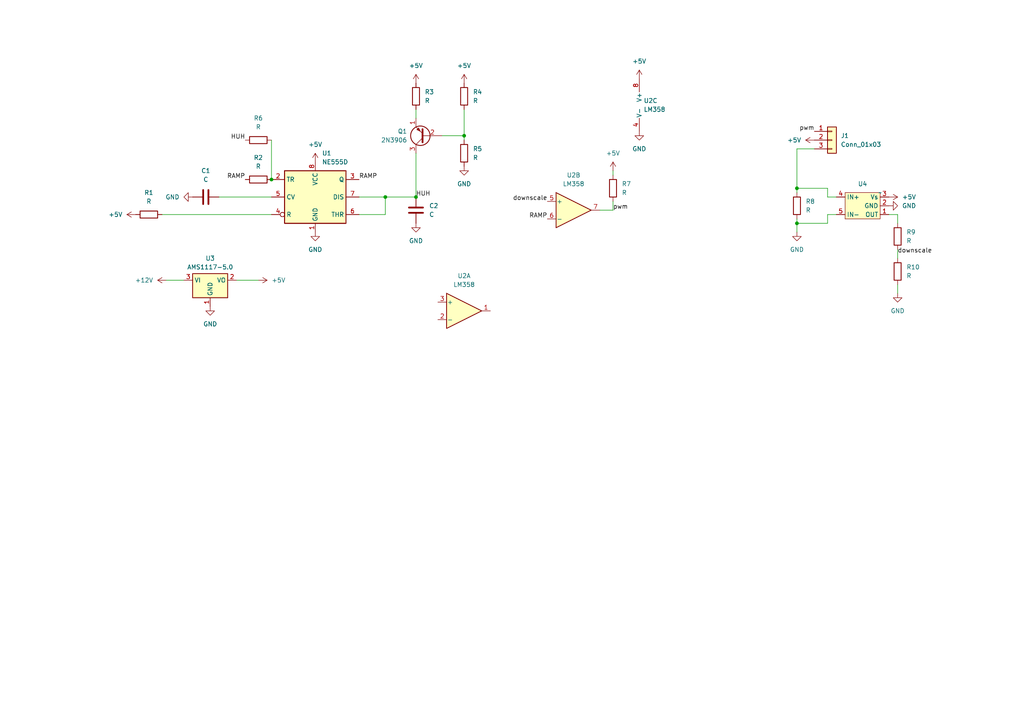
<source format=kicad_sch>
(kicad_sch (version 20230121) (generator eeschema)
  (paper "A4")
  (lib_symbols
    (symbol "Amplifier_Operational:LM358" (pin_names (offset 0.127))
      (property "Reference" "U" (at 0 5.08 0))
      (property "Value" "LM358" (at 0 -5.08 0))
      (symbol "LM358_1_1"
        (polyline (pts (xy -5.08 5.08) (xy 5.08 0) (xy -5.08 -5.08) (xy -5.08 5.08)) (stroke (width 0.254)) (fill (type background)))
        (pin output line (at 7.62 0 180) (length 2.54) (name "~") (number "1"))
        (pin input line (at -7.62 -2.54 0) (length 2.54) (name "-") (number "2"))
        (pin input line (at -7.62 2.54 0) (length 2.54) (name "+") (number "3"))
      )
      (symbol "LM358_2_1"
        (polyline (pts (xy -5.08 5.08) (xy 5.08 0) (xy -5.08 -5.08) (xy -5.08 5.08)) (stroke (width 0.254)) (fill (type background)))
        (pin input line (at -7.62 2.54 0) (length 2.54) (name "+") (number "5"))
        (pin input line (at -7.62 -2.54 0) (length 2.54) (name "-") (number "6"))
        (pin output line (at 7.62 0 180) (length 2.54) (name "~") (number "7"))
      )
      (symbol "LM358_3_1"
        (pin power_in line (at -2.54 -7.62 90) (length 3.81) (name "V-") (number "4"))
        (pin power_in line (at -2.54 7.62 270) (length 3.81) (name "V+") (number "8"))
      )
    )
    (symbol "Connector_Generic:Conn_01x03" (pin_names (offset 1.016) hide)
      (property "Reference" "J" (at 0 5.08 0))
      (property "Value" "Conn_01x03" (at 0 -5.08 0))
      (symbol "Conn_01x03_1_1"
        (rectangle (start -1.27 -2.413) (end 0 -2.667) (stroke (width 0.1524)))
        (rectangle (start -1.27 0.127) (end 0 -0.127) (stroke (width 0.1524)))
        (rectangle (start -1.27 2.667) (end 0 2.413) (stroke (width 0.1524)))
        (rectangle (start -1.27 3.81) (end 1.27 -3.81) (stroke (width 0.254)) (fill (type background)))
        (pin passive line (at -5.08 2.54 0) (length 3.81) (name "Pin_1") (number "1"))
        (pin passive line (at -5.08 0 0) (length 3.81) (name "Pin_2") (number "2"))
        (pin passive line (at -5.08 -2.54 0) (length 3.81) (name "Pin_3") (number "3"))
      )
    )
    (symbol "Device:C" (pin_numbers hide) (pin_names (offset 0.254))
      (property "Reference" "C" (at 0.635 2.54 0))
      (property "Value" "C" (at 0.635 -2.54 0))
      (symbol "C_0_1"
        (polyline (pts (xy -2.032 -0.762) (xy 2.032 -0.762)) (stroke (width 0.508)))
        (polyline (pts (xy -2.032 0.762) (xy 2.032 0.762)) (stroke (width 0.508)))
      )
      (symbol "C_1_1"
        (pin passive line (at 0 3.81 270) (length 2.794) (name "~") (number "1"))
        (pin passive line (at 0 -3.81 90) (length 2.794) (name "~") (number "2"))
      )
    )
    (symbol "Device:R" (pin_numbers hide) (pin_names (offset 0))
      (property "Reference" "R" (at 2.032 0 90))
      (property "Value" "R" (at 0 0 90))
      (symbol "R_0_1"
        (rectangle (start -1.016 -2.54) (end 1.016 2.54) (stroke (width 0.254)))
      )
      (symbol "R_1_1"
        (pin passive line (at 0 3.81 270) (length 1.27) (name "~") (number "1"))
        (pin passive line (at 0 -3.81 90) (length 1.27) (name "~") (number "2"))
      )
    )
    (symbol "Regulator_Linear:AMS1117-5.0"
      (property "Reference" "U" (at -3.81 3.175 0))
      (property "Value" "AMS1117-5.0" (at 0 3.175 0))
      (symbol "AMS1117-5.0_0_1"
        (rectangle (start -5.08 -5.08) (end 5.08 1.905) (stroke (width 0.254)) (fill (type background)))
      )
      (symbol "AMS1117-5.0_1_1"
        (pin power_in line (at 0 -7.62 90) (length 2.54) (name "GND") (number "1"))
        (pin power_out line (at 7.62 0 180) (length 2.54) (name "VO") (number "2"))
        (pin power_in line (at -7.62 0 0) (length 2.54) (name "VI") (number "3"))
      )
    )
    (symbol "Timer:NE555D"
      (property "Reference" "U" (at -10.16 8.89 0))
      (property "Value" "NE555D" (at 2.54 8.89 0))
      (symbol "NE555D_0_0"
        (pin power_in line (at 0 -10.16 90) (length 2.54) (name "GND") (number "1"))
        (pin power_in line (at 0 10.16 270) (length 2.54) (name "VCC") (number "8"))
      )
      (symbol "NE555D_0_1"
        (rectangle (start -8.89 -7.62) (end 8.89 7.62) (stroke (width 0.254)) (fill (type background)))
        (rectangle (start -8.89 -7.62) (end 8.89 7.62) (stroke (width 0.254)) (fill (type background)))
      )
      (symbol "NE555D_1_1"
        (pin input line (at -12.7 5.08 0) (length 3.81) (name "TR") (number "2"))
        (pin output line (at 12.7 5.08 180) (length 3.81) (name "Q") (number "3"))
        (pin input inverted (at -12.7 -5.08 0) (length 3.81) (name "R") (number "4"))
        (pin input line (at -12.7 0 0) (length 3.81) (name "CV") (number "5"))
        (pin input line (at 12.7 -5.08 180) (length 3.81) (name "THR") (number "6"))
        (pin input line (at 12.7 0 180) (length 3.81) (name "DIS") (number "7"))
      )
    )
    (symbol "Transistor_BJT:2N3906" (pin_names (offset 0) hide)
      (property "Reference" "Q" (at 5.08 1.905 0))
      (property "Value" "2N3906" (at 5.08 0 0))
      (symbol "2N3906_0_1"
        (polyline (pts (xy 0.635 0.635) (xy 2.54 2.54)))
        (polyline (pts (xy 0.635 -0.635) (xy 2.54 -2.54) (xy 2.54 -2.54)))
        (polyline (pts (xy 0.635 1.905) (xy 0.635 -1.905) (xy 0.635 -1.905)) (stroke (width 0.508)))
        (polyline (pts (xy 2.286 -1.778) (xy 1.778 -2.286) (xy 1.27 -1.27) (xy 2.286 -1.778) (xy 2.286 -1.778)) (fill (type outline)))
        (circle (center 1.27 0) (radius 2.8194) (stroke (width 0.254)))
      )
      (symbol "2N3906_1_1"
        (pin passive line (at 2.54 -5.08 90) (length 2.54) (name "E") (number "1"))
        (pin input line (at -5.08 0 0) (length 5.715) (name "B") (number "2"))
        (pin passive line (at 2.54 5.08 270) (length 2.54) (name "C") (number "3"))
      )
    )
    (symbol "my parts:INA281B1"
      (property "Reference" "U" (at 0 0 0))
      (symbol "INA281B1_1_1"
        (rectangle (start 0 7.62) (end 10.16 0) (fill (type background)))
        (pin input line (at -2.54 6.35 0) (length 2.54) (name "OUT") (number "1"))
        (pin input line (at -2.54 3.81 0) (length 2.54) (name "GND") (number "2"))
        (pin input line (at -2.54 1.27 0) (length 2.54) (name "Vs") (number "3"))
        (pin input line (at 12.7 1.27 180) (length 2.54) (name "IN+") (number "4"))
        (pin input line (at 12.7 6.35 180) (length 2.54) (name "IN-") (number "5"))
      )
    )
    (symbol "power:+12V" (power) (pin_names (offset 0))
      (property "Value" "+12V" (at 0 3.556 0))
      (symbol "+12V_0_1"
        (polyline (pts (xy -0.762 1.27) (xy 0 2.54)))
        (polyline (pts (xy 0 0) (xy 0 2.54)))
        (polyline (pts (xy 0 2.54) (xy 0.762 1.27)))
      )
      (symbol "+12V_1_1"
        (pin power_in line (at 0 0 90) (length 0) hide (name "+12V") (number "1"))
      )
    )
    (symbol "power:+5V" (power) (pin_names (offset 0))
      (property "Value" "+5V" (at 0 3.556 0))
      (symbol "+5V_0_1"
        (polyline (pts (xy -0.762 1.27) (xy 0 2.54)))
        (polyline (pts (xy 0 0) (xy 0 2.54)))
        (polyline (pts (xy 0 2.54) (xy 0.762 1.27)))
      )
      (symbol "+5V_1_1"
        (pin power_in line (at 0 0 90) (length 0) hide (name "+5V") (number "1"))
      )
    )
    (symbol "power:GND" (power) (pin_names (offset 0))
      (property "Value" "GND" (at 0 -3.81 0))
      (symbol "GND_0_1"
        (polyline (pts (xy 0 0) (xy 0 -1.27) (xy 1.27 -1.27) (xy 0 -2.54) (xy -1.27 -1.27) (xy 0 -1.27)))
      )
      (symbol "GND_1_1"
        (pin power_in line (at 0 0 270) (length 0) hide (name "GND") (number "1"))
      )
    )
  )
  (junction (at 111.76 57.15))
  (junction (at 231.14 64.77))
  (junction (at 231.14 54.61))
  (junction (at 134.62 39.37))
  (junction (at 120.65 57.15))
  (junction (at 78.74 52.07))
  (wire (pts (xy 111.76 57.15) (xy 120.65 57.15)))
  (wire (pts (xy 104.14 57.15) (xy 111.76 57.15)))
  (wire (pts (xy 231.14 63.5) (xy 231.14 64.77)))
  (wire (pts (xy 231.14 54.61) (xy 240.03 54.61)))
  (wire (pts (xy 177.8 49.53) (xy 177.8 50.8)))
  (wire (pts (xy 78.74 40.64) (xy 78.74 52.07)))
  (wire (pts (xy 48.26 81.28) (xy 53.34 81.28)))
  (wire (pts (xy 68.58 81.28) (xy 74.93 81.28)))
  (wire (pts (xy 231.14 43.18) (xy 231.14 54.61)))
  (wire (pts (xy 231.14 64.77) (xy 240.03 64.77)))
  (wire (pts (xy 231.14 54.61) (xy 231.14 55.88)))
  (wire (pts (xy 177.8 58.42) (xy 177.8 60.96)))
  (wire (pts (xy 260.35 72.39) (xy 260.35 74.93)))
  (wire (pts (xy 134.62 39.37) (xy 134.62 40.64)))
  (wire (pts (xy 63.5 57.15) (xy 78.74 57.15)))
  (wire (pts (xy 257.81 62.23) (xy 260.35 62.23)))
  (wire (pts (xy 240.03 64.77) (xy 240.03 62.23)))
  (wire (pts (xy 260.35 62.23) (xy 260.35 64.77)))
  (wire (pts (xy 134.62 31.75) (xy 134.62 39.37)))
  (wire (pts (xy 242.57 57.15) (xy 240.03 57.15)))
  (wire (pts (xy 240.03 57.15) (xy 240.03 54.61)))
  (wire (pts (xy 260.35 82.55) (xy 260.35 85.09)))
  (wire (pts (xy 120.65 44.45) (xy 120.65 57.15)))
  (wire (pts (xy 120.65 31.75) (xy 120.65 34.29)))
  (wire (pts (xy 46.99 62.23) (xy 78.74 62.23)))
  (wire (pts (xy 104.14 62.23) (xy 111.76 62.23)))
  (wire (pts (xy 231.14 67.31) (xy 231.14 64.77)))
  (wire (pts (xy 111.76 57.15) (xy 111.76 62.23)))
  (wire (pts (xy 173.99 60.96) (xy 177.8 60.96)))
  (wire (pts (xy 128.27 39.37) (xy 134.62 39.37)))
  (wire (pts (xy 240.03 62.23) (xy 242.57 62.23)))
  (wire (pts (xy 236.22 43.18) (xy 231.14 43.18)))
  (label "HUH" (at 71.12 40.64 180))
  (label "pwm" (at 236.22 38.1 180))
  (label "HUH" (at 120.65 57.15 0))
  (label "RAMP" (at 71.12 52.07 180))
  (label "downscale" (at 260.35 73.66 0))
  (label "downscale" (at 158.75 58.42 180))
  (label "pwm" (at 177.8 60.96 0))
  (label "RAMP" (at 158.75 63.5 180))
  (label "RAMP" (at 104.14 52.07 0))
  (symbol (lib_id "power:GND") (at 260.35 85.09 0) (unit 1)
    (property "Reference" "#PWR019" (effects hide))
    (property "Value" "GND" (at 260.35 90.17 0))
  )
  (symbol (lib_id "Amplifier_Operational:LM358") (at 134.62 90.17 0) (unit 1)
    (property "Reference" "U2" (at 134.62 80.01 0))
    (property "Value" "LM358" (at 134.62 82.55 0))
    (property "Datasheet" "http://www.ti.com/lit/ds/symlink/lm2904-n.pdf" (effects hide))
  )
  (symbol (lib_id "Device:R") (at 231.14 59.69 180) (unit 1)
    (property "Reference" "R8" (at 233.68 58.42 0) (effects (justify right)))
    (property "Value" "R" (at 233.68 60.96 0) (effects (justify right)))
    (property "Footprint" "Resistor_SMD:R_0603_1608Metric_Pad0.98x0.95mm_HandSolder" (effects hide))
  )
  (symbol (lib_id "power:GND") (at 120.65 64.77 0) (unit 1)
    (property "Reference" "#PWR05" (effects hide))
    (property "Value" "GND" (at 120.65 69.85 0))
  )
  (symbol (lib_id "Amplifier_Operational:LM358") (at 166.37 60.96 0) (unit 2)
    (property "Reference" "U2" (at 166.37 50.8 0))
    (property "Value" "LM358" (at 166.37 53.34 0))
    (property "Datasheet" "http://www.ti.com/lit/ds/symlink/lm2904-n.pdf" (effects hide))
  )
  (symbol (lib_id "power:GND") (at 231.14 67.31 0) (unit 1)
    (property "Reference" "#PWR015" (effects hide))
    (property "Value" "GND" (at 231.14 72.39 0))
  )
  (symbol (lib_id "Device:R") (at 74.93 40.64 90) (unit 1)
    (property "Reference" "R6" (at 74.93 34.29 90))
    (property "Value" "R" (at 74.93 36.83 90))
    (property "Footprint" "Resistor_SMD:R_0603_1608Metric_Pad0.98x0.95mm_HandSolder" (effects hide))
  )
  (symbol (lib_id "Device:R") (at 74.93 52.07 90) (unit 1)
    (property "Reference" "R2" (at 74.93 45.72 90))
    (property "Value" "R" (at 74.93 48.26 90))
    (property "Footprint" "Resistor_SMD:R_0603_1608Metric_Pad0.98x0.95mm_HandSolder" (effects hide))
  )
  (symbol (lib_id "power:+5V") (at 134.62 24.13 0) (unit 1)
    (property "Reference" "#PWR07" (effects hide))
    (property "Value" "+5V" (at 134.62 19.05 0))
  )
  (symbol (lib_id "power:+5V") (at 74.93 81.28 270) (unit 1)
    (property "Reference" "#PWR011" (effects hide))
    (property "Value" "+5V" (at 78.74 81.28 90) (effects (justify left)))
  )
  (symbol (lib_id "power:+5V") (at 177.8 49.53 0) (unit 1)
    (property "Reference" "#PWR014" (effects hide))
    (property "Value" "+5V" (at 177.8 44.45 0))
  )
  (symbol (lib_id "power:GND") (at 91.44 67.31 0) (unit 1)
    (property "Reference" "#PWR03" (effects hide))
    (property "Value" "GND" (at 91.44 72.39 0))
  )
  (symbol (lib_id "Amplifier_Operational:LM358") (at 187.96 30.48 0) (unit 3)
    (property "Reference" "U2" (at 186.69 29.21 0) (effects (justify left)))
    (property "Value" "LM358" (at 186.69 31.75 0) (effects (justify left)))
    (property "Datasheet" "http://www.ti.com/lit/ds/symlink/lm2904-n.pdf" (effects hide))
  )
  (symbol (lib_id "power:+5V") (at 185.42 22.86 0) (unit 1)
    (property "Reference" "#PWR013" (effects hide))
    (property "Value" "+5V" (at 185.42 17.78 0))
  )
  (symbol (lib_id "power:+5V") (at 39.37 62.23 90) (unit 1)
    (property "Reference" "#PWR02" (effects hide))
    (property "Value" "+5V" (at 35.56 62.23 90) (effects (justify left)))
  )
  (symbol (lib_id "Device:C") (at 59.69 57.15 90) (unit 1)
    (property "Reference" "C1" (at 59.69 49.53 90))
    (property "Value" "C" (at 59.69 52.07 90))
    (property "Footprint" "Capacitor_THT:C_Disc_D3.0mm_W1.6mm_P2.50mm" (effects hide))
  )
  (symbol (lib_id "power:+5V") (at 91.44 46.99 0) (unit 1)
    (property "Reference" "#PWR01" (effects hide))
    (property "Value" "+5V" (at 91.44 41.91 0))
  )
  (symbol (lib_id "power:GND") (at 185.42 38.1 0) (unit 1)
    (property "Reference" "#PWR012" (effects hide))
    (property "Value" "GND" (at 185.42 43.18 0))
  )
  (symbol (lib_id "Device:R") (at 260.35 78.74 180) (unit 1)
    (property "Reference" "R10" (at 262.89 77.47 0) (effects (justify right)))
    (property "Value" "R" (at 262.89 80.01 0) (effects (justify right)))
    (property "Footprint" "Resistor_SMD:R_0603_1608Metric_Pad0.98x0.95mm_HandSolder" (effects hide))
  )
  (symbol (lib_id "Transistor_BJT:2N3906") (at 123.19 39.37 180) (unit 1)
    (property "Reference" "Q1" (at 118.11 38.1 0) (effects (justify left)))
    (property "Value" "2N3906" (at 118.11 40.64 0) (effects (justify left)))
    (property "Footprint" "Package_TO_SOT_THT:TO-92_Inline" (effects hide))
    (property "Datasheet" "https://www.onsemi.com/pub/Collateral/2N3906-D.PDF" (effects hide))
  )
  (symbol (lib_id "Device:R") (at 43.18 62.23 90) (unit 1)
    (property "Reference" "R1" (at 43.18 55.88 90))
    (property "Value" "R" (at 43.18 58.42 90))
    (property "Footprint" "Resistor_SMD:R_0603_1608Metric_Pad0.98x0.95mm_HandSolder" (effects hide))
  )
  (symbol (lib_id "power:GND") (at 257.81 59.69 90) (unit 1)
    (property "Reference" "#PWR016" (effects hide))
    (property "Value" "GND" (at 261.62 59.69 90) (effects (justify right)))
  )
  (symbol (lib_id "power:GND") (at 60.96 88.9 0) (unit 1)
    (property "Reference" "#PWR09" (effects hide))
    (property "Value" "GND" (at 60.96 93.98 0))
  )
  (symbol (lib_id "Connector_Generic:Conn_01x03") (at 241.3 40.64 0) (unit 1)
    (property "Reference" "J1" (at 243.84 39.37 0) (effects (justify left)))
    (property "Value" "Conn_01x03" (at 243.84 41.91 0) (effects (justify left)))
  )
  (symbol (lib_id "Device:R") (at 134.62 27.94 180) (unit 1)
    (property "Reference" "R4" (at 137.16 26.67 0) (effects (justify right)))
    (property "Value" "R" (at 137.16 29.21 0) (effects (justify right)))
    (property "Footprint" "Resistor_SMD:R_0603_1608Metric_Pad0.98x0.95mm_HandSolder" (effects hide))
  )
  (symbol (lib_id "Regulator_Linear:AMS1117-5.0") (at 60.96 81.28 0) (unit 1)
    (property "Reference" "U3" (at 60.96 74.93 0))
    (property "Value" "AMS1117-5.0" (at 60.96 77.47 0))
    (property "Footprint" "Package_TO_SOT_SMD:SOT-223-3_TabPin2" (effects hide))
    (property "Datasheet" "http://www.advanced-monolithic.com/pdf/ds1117.pdf" (effects hide))
  )
  (symbol (lib_id "Device:R") (at 134.62 44.45 180) (unit 1)
    (property "Reference" "R5" (at 137.16 43.18 0) (effects (justify right)))
    (property "Value" "R" (at 137.16 45.72 0) (effects (justify right)))
    (property "Footprint" "Resistor_SMD:R_0603_1608Metric_Pad0.98x0.95mm_HandSolder" (effects hide))
  )
  (symbol (lib_id "power:+5V") (at 120.65 24.13 0) (unit 1)
    (property "Reference" "#PWR06" (effects hide))
    (property "Value" "+5V" (at 120.65 19.05 0))
  )
  (symbol (lib_id "power:+5V") (at 236.22 40.64 90) (unit 1)
    (property "Reference" "#PWR018" (effects hide))
    (property "Value" "+5V" (at 232.41 40.64 90) (effects (justify left)))
  )
  (symbol (lib_id "power:GND") (at 55.88 57.15 270) (unit 1)
    (property "Reference" "#PWR04" (effects hide))
    (property "Value" "GND" (at 52.07 57.15 90) (effects (justify right)))
  )
  (symbol (lib_id "Device:R") (at 120.65 27.94 180) (unit 1)
    (property "Reference" "R3" (at 123.19 26.67 0) (effects (justify right)))
    (property "Value" "R" (at 123.19 29.21 0) (effects (justify right)))
    (property "Footprint" "Resistor_SMD:R_0603_1608Metric_Pad0.98x0.95mm_HandSolder" (effects hide))
  )
  (symbol (lib_id "power:+12V") (at 48.26 81.28 90) (unit 1)
    (property "Reference" "#PWR010" (effects hide))
    (property "Value" "+12V" (at 44.45 81.28 90) (effects (justify left)))
  )
  (symbol (lib_id "Timer:NE555D") (at 91.44 57.15 0) (unit 1)
    (property "Reference" "U1" (at 93.3959 44.45 0) (effects (justify left)))
    (property "Value" "NE555D" (at 93.3959 46.99 0) (effects (justify left)))
    (property "Footprint" "Package_SO:SOIC-8_3.9x4.9mm_P1.27mm" (effects hide))
    (property "Datasheet" "http://www.ti.com/lit/ds/symlink/ne555.pdf" (effects hide))
  )
  (symbol (lib_id "Device:R") (at 260.35 68.58 180) (unit 1)
    (property "Reference" "R9" (at 262.89 67.31 0) (effects (justify right)))
    (property "Value" "R" (at 262.89 69.85 0) (effects (justify right)))
    (property "Footprint" "Resistor_SMD:R_0603_1608Metric_Pad0.98x0.95mm_HandSolder" (effects hide))
  )
  (symbol (lib_id "Device:C") (at 120.65 60.96 180) (unit 1)
    (property "Reference" "C2" (at 124.46 59.69 0) (effects (justify right)))
    (property "Value" "C" (at 124.46 62.23 0) (effects (justify right)))
    (property "Footprint" "Capacitor_THT:C_Disc_D3.0mm_W1.6mm_P2.50mm" (effects hide))
  )
  (symbol (lib_id "power:GND") (at 134.62 48.26 0) (unit 1)
    (property "Reference" "#PWR08" (effects hide))
    (property "Value" "GND" (at 134.62 53.34 0))
  )
  (symbol (lib_id "power:+5V") (at 257.81 57.15 270) (unit 1)
    (property "Reference" "#PWR017" (effects hide))
    (property "Value" "+5V" (at 261.62 57.15 90) (effects (justify left)))
  )
  (symbol (lib_id "my parts:INA281B1") (at 255.27 55.88 180) (unit 1)
    (property "Reference" "U4" (at 250.19 53.34 0))
    (property "Value" "~" (at 255.27 55.88 0))
    (property "Footprint" "Package_TO_SOT_SMD:SOT-23-5_HandSoldering" (effects hide))
  )
  (symbol (lib_id "Device:R") (at 177.8 54.61 180) (unit 1)
    (property "Reference" "R7" (at 180.34 53.34 0) (effects (justify right)))
    (property "Value" "R" (at 180.34 55.88 0) (effects (justify right)))
    (property "Footprint" "Resistor_SMD:R_0603_1608Metric_Pad0.98x0.95mm_HandSolder" (effects hide))
  )
)
</source>
